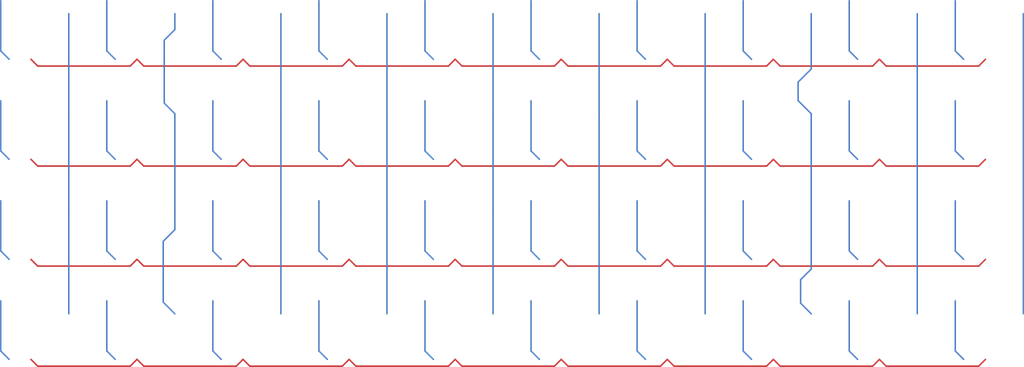
<source format=kicad_pcb>
(kicad_pcb (version 20221018) (generator pcbnew)

  (general
    (thickness 1.6)
  )

  (paper "A3")
  (title_block
    (title "smcboard")
    (rev "v1.0.0")
    (company "Unknown")
  )

  (layers
    (0 "F.Cu" signal)
    (31 "B.Cu" signal)
    (32 "B.Adhes" user "B.Adhesive")
    (33 "F.Adhes" user "F.Adhesive")
    (34 "B.Paste" user)
    (35 "F.Paste" user)
    (36 "B.SilkS" user "B.Silkscreen")
    (37 "F.SilkS" user "F.Silkscreen")
    (38 "B.Mask" user)
    (39 "F.Mask" user)
    (40 "Dwgs.User" user "User.Drawings")
    (41 "Cmts.User" user "User.Comments")
    (42 "Eco1.User" user "User.Eco1")
    (43 "Eco2.User" user "User.Eco2")
    (44 "Edge.Cuts" user)
    (45 "Margin" user)
    (46 "B.CrtYd" user "B.Courtyard")
    (47 "F.CrtYd" user "F.Courtyard")
    (48 "B.Fab" user)
    (49 "F.Fab" user)
  )

  (setup
    (pad_to_mask_clearance 0.05)
    (pcbplotparams
      (layerselection 0x00010fc_ffffffff)
      (plot_on_all_layers_selection 0x0000000_00000000)
      (disableapertmacros false)
      (usegerberextensions false)
      (usegerberattributes true)
      (usegerberadvancedattributes true)
      (creategerberjobfile true)
      (dashed_line_dash_ratio 12.000000)
      (dashed_line_gap_ratio 3.000000)
      (svgprecision 4)
      (plotframeref false)
      (viasonmask false)
      (mode 1)
      (useauxorigin false)
      (hpglpennumber 1)
      (hpglpenspeed 20)
      (hpglpendiameter 15.000000)
      (dxfpolygonmode true)
      (dxfimperialunits true)
      (dxfusepcbnewfont true)
      (psnegative false)
      (psa4output false)
      (plotreference true)
      (plotvalue true)
      (plotinvisibletext false)
      (sketchpadsonfab false)
      (subtractmaskfromsilk false)
      (outputformat 1)
      (mirror false)
      (drillshape 1)
      (scaleselection 1)
      (outputdirectory "")
    )
  )

  (net 0 "")
  (net 1 "P20")
  (net 2 "P19")
  (net 3 "P18")
  (net 4 "P15")
  (net 5 "P14")
  (net 6 "P16")
  (net 7 "P10")
  (net 8 "P3")
  (net 9 "P4")
  (net 10 "P5")
  (net 11 "P6")
  (net 12 "P7")
  (net 13 "P8")
  (net 14 "P9")
  (net 15 "lpinky_mods")
  (net 16 "lpinky_bottom")
  (net 17 "lpinky_home")
  (net 18 "lpinky_top")
  (net 19 "lring_mods")
  (net 20 "lring_bottom")
  (net 21 "lring_home")
  (net 22 "lring_top")
  (net 23 "lmiddle_mods")
  (net 24 "lmiddle_bottom")
  (net 25 "lmiddle_home")
  (net 26 "lmiddle_top")
  (net 27 "lindex_mods")
  (net 28 "lindex_bottom")
  (net 29 "lindex_home")
  (net 30 "lindex_top")
  (net 31 "linner_mods")
  (net 32 "linner_bottom")
  (net 33 "linner_home")
  (net 34 "linner_top")
  (net 35 "rinner_mods")
  (net 36 "rinner_bottom")
  (net 37 "rinner_home")
  (net 38 "rinner_top")
  (net 39 "rindex_mods")
  (net 40 "rindex_bottom")
  (net 41 "rindex_home")
  (net 42 "rindex_top")
  (net 43 "rmiddle_mods")
  (net 44 "rmiddle_bottom")
  (net 45 "rmiddle_home")
  (net 46 "rmiddle_top")
  (net 47 "rring_mods")
  (net 48 "rring_bottom")
  (net 49 "rring_home")
  (net 50 "rring_top")
  (net 51 "rpinky_mods")
  (net 52 "rpinky_bottom")
  (net 53 "rpinky_home")
  (net 54 "rpinky_top")

  (segment (start 348.48 142.08) (end 348.48 159.08) (width 0.25) (layer "B.Cu") (net 1) (tstamp 42965710-bcca-48ce-a0eb-576e78ed1f7c))
  (segment (start 348.48 159.08) (end 348.48 176.08) (width 0.25) (layer "B.Cu") (net 1) (tstamp 97528d7d-28ec-41ec-b0ae-c276dac73d2e))
  (segment (start 348.48 176.08) (end 348.48 193.08) (width 0.25) (layer "B.Cu") (net 1) (tstamp f1f94361-c0e5-47db-9556-bec5720b5ee6))
  (segment (start 330.48 159.08) (end 330.48 176.08) (width 0.25) (layer "B.Cu") (net 2) (tstamp c9fae919-3933-4a2c-9568-6d0efdfb9b7c))
  (segment (start 330.48 142.08) (end 330.48 159.08) (width 0.25) (layer "B.Cu") (net 2) (tstamp cb73a785-352c-4971-b92e-16da0f1e3543))
  (segment (start 330.48 176.08) (end 330.48 193.08) (width 0.25) (layer "B.Cu") (net 2) (tstamp f098add8-e4ef-4f82-a837-34fa5968f948))
  (segment (start 312.48 176.08) (end 312.48 185.48411) (width 0.25) (layer "B.Cu") (net 3) (tstamp 30f661b6-469c-4534-914d-54b73e541b52))
  (segment (start 310.68 191.28) (end 312.48 193.08) (width 0.25) (layer "B.Cu") (net 3) (tstamp 76da3eeb-bfaa-4b0e-aa41-ad38f13bbdc8))
  (segment (start 310.255 156.855) (end 312.48 159.08) (width 0.25) (layer "B.Cu") (net 3) (tstamp 88e86cde-7e75-4222-a1e7-e254fd685b8e))
  (segment (start 312.48 159.08) (end 312.48 176.08) (width 0.25) (layer "B.Cu") (net 3) (tstamp a0663cd3-d58e-46f8-8c40-2908d29742d5))
  (segment (start 312.48 142.08) (end 312.48 151.48411) (width 0.25) (layer "B.Cu") (net 3) (tstamp c0b31334-daf4-4687-90db-85b61bacb65f))
  (segment (start 310.255 153.70911) (end 310.255 156.855) (width 0.25) (layer "B.Cu") (net 3) (tstamp db07f188-5e0f-47cb-ade5-3620d6284612))
  (segment (start 312.48 185.48411) (end 310.68 187.28411) (width 0.25) (layer "B.Cu") (net 3) (tstamp dc66cc4a-b1a9-4ed2-a599-d61938daf801))
  (segment (start 310.68 187.28411) (end 310.68 191.28) (width 0.25) (layer "B.Cu") (net 3) (tstamp f6aea3d2-359e-4651-afa9-ff07a458d6e7))
  (segment (start 312.48 151.48411) (end 310.255 153.70911) (width 0.25) (layer "B.Cu") (net 3) (tstamp f91abf45-892f-49fd-9475-c3f98c7bc85d))
  (segment (start 294.48 176.08) (end 294.48 193.08) (width 0.25) (layer "B.Cu") (net 4) (tstamp 2c14299a-af28-415f-abb7-746618be5ceb))
  (segment (start 294.48 142.08) (end 294.48 159.08) (width 0.25) (layer "B.Cu") (net 4) (tstamp 735d2a67-5090-4e89-9fdd-d1497e2bc8b0))
  (segment (start 294.48 159.08) (end 294.48 176.08) (width 0.25) (layer "B.Cu") (net 4) (tstamp c82e4946-9052-4fb2-9bc5-05a886dea221))
  (segment (start 276.48 142.08) (end 276.48 159.08) (width 0.25) (layer "B.Cu") (net 5) (tstamp 6c430cca-f8b0-4cb1-8bbf-a6476bea66cc))
  (segment (start 276.48 176.08) (end 276.48 193.08) (width 0.25) (layer "B.Cu") (net 5) (tstamp 958d6fc1-207d-43ec-99a3-04a5b6517364))
  (segment (start 276.48 159.08) (end 276.48 176.08) (width 0.25) (layer "B.Cu") (net 5) (tstamp b2946585-20b1-44df-875d-57170379a901))
  (segment (start 180.055 183.83) (end 181.205 184.98) (width 0.25) (layer "F.Cu") (net 6) (tstamp 0c3cb987-23b2-436f-be56-ed2dd1e3b530))
  (segment (start 232.905 184.98) (end 234.055 183.83) (width 0.25) (layer "F.Cu") (net 6) (tstamp 14c892be-9c93-4f73-950e-09ca51bf992a))
  (segment (start 252.055 183.83) (end 253.205 184.98) (width 0.25) (layer "F.Cu") (net 6) (tstamp 283f0522-bcf4-4c4b-981b-a5231f2deb64))
  (segment (start 216.055 183.83) (end 217.205 184.98) (width 0.25) (layer "F.Cu") (net 6) (tstamp 3a56798f-3a99-4cb0-9916-4e83f6f16d24))
  (segment (start 235.205 184.98) (end 250.905 184.98) (width 0.25) (layer "F.Cu") (net 6) (tstamp 486290fe-1b75-4445-86fc-e059e523d5f1))
  (segment (start 196.905 184.98) (end 198.055 183.83) (width 0.25) (layer "F.Cu") (net 6) (tstamp 4a0c33a8-aaad-485f-8810-77e9b0fded93))
  (segment (start 325.205 184.98) (end 340.905 184.98) (width 0.25) (layer "F.Cu") (net 6) (tstamp 4dedf9ad-a012-4742-98b7-8c1ac7b070af))
  (segment (start 217.205 184.98) (end 232.905 184.98) (width 0.25) (layer "F.Cu") (net 6) (tstamp 4e1afbb2-7a87-4576-b941-151f90961b5b))
  (segment (start 324.055 183.83) (end 325.205 184.98) (width 0.25) (layer "F.Cu") (net 6) (tstamp 562ab1a4-9e22-4704-9810-741b2e3fccb2))
  (segment (start 270.055 183.83) (end 271.205 184.98) (width 0.25) (layer "F.Cu") (net 6) (tstamp 563d1480-a5dd-402b-b6f2-6a175b6c4a1f))
  (segment (start 253.205 184.98) (end 268.905 184.98) (width 0.25) (layer "F.Cu") (net 6) (tstamp 6628f5c0-6c7e-4ad9-9d29-d2785d725e24))
  (segment (start 198.055 183.83) (end 199.205 184.98) (width 0.25) (layer "F.Cu") (net 6) (tstamp 730496b4-cb5b-49ed-b1db-4b2d93a2df8e))
  (segment (start 250.905 184.98) (end 252.055 183.83) (width 0.25) (layer "F.Cu") (net 6) (tstamp 7496a87e-2143-4d46-9916-d620da193e32))
  (segment (start 307.205 184.98) (end 322.905 184.98) (width 0.25) (layer "F.Cu") (net 6) (tstamp 7b5ecffb-fbfc-466a-a496-62b59171b84e))
  (segment (start 289.205 184.98) (end 304.905 184.98) (width 0.25) (layer "F.Cu") (net 6) (tstamp 7cbb4321-a505-4ddd-ba5f-a5ef254ed844))
  (segment (start 306.055 183.83) (end 307.205 184.98) (width 0.25) (layer "F.Cu") (net 6) (tstamp 890ddabb-660c-4c86-a9eb-f3c5c6cc4083))
  (segment (start 304.905 184.98) (end 306.055 183.83) (width 0.25) (layer "F.Cu") (net 6) (tstamp 940421a6-c38c-4776-a359-f988fd126943))
  (segment (start 322.905 184.98) (end 324.055 183.83) (width 0.25) (layer "F.Cu") (net 6) (tstamp 9f854340-8a51-4d21-a183-4572ded4456a))
  (segment (start 214.905 184.98) (end 216.055 183.83) (width 0.25) (layer "F.Cu") (net 6) (tstamp 9fbc8455-994d-4b91-a69c-a60db6d3d617))
  (segment (start 271.205 184.98) (end 286.905 184.98) (width 0.25) (layer "F.Cu") (net 6) (tstamp a94f5d20-a3f6-4a94-b76b-7aeb09f75195))
  (segment (start 199.205 184.98) (end 214.905 184.98) (width 0.25) (layer "F.Cu") (net 6) (tstamp bb08af4e-5f3d-4709-95bc-e51be4abfcaa))
  (segment (start 234.055 183.83) (end 235.205 184.98) (width 0.25) (layer "F.Cu") (net 6) (tstamp c79a75b0-b65e-40ac-9793-4f76de818e6a))
  (segment (start 181.205 184.98) (end 196.905 184.98) (width 0.25) (layer "F.Cu") (net 6) (tstamp ca1cbf72-1c39-435d-b9b6-cc14b942cd70))
  (segment (start 286.905 184.98) (end 288.055 183.83) (width 0.25) (layer "F.Cu") (net 6) (tstamp cac58fef-977b-40f8-b3e4-e13fb40f5141))
  (segment (start 268.905 184.98) (end 270.055 183.83) (width 0.25) (layer "F.Cu") (net 6) (tstamp cb714033-8999-4659-8f64-f6487379f4f5))
  (segment (start 288.055 183.83) (end 289.205 184.98) (width 0.25) (layer "F.Cu") (net 6) (tstamp d43a796a-ba47-4d51-9f81-fb035915ad39))
  (segment (start 340.905 184.98) (end 342.055 183.83) (width 0.25) (layer "F.Cu") (net 6) (tstamp eb625067-6ee5-4d37-ba8a-be44cce5d3a1))
  (segment (start 306.055 200.83) (end 307.205 201.98) (width 0.25) (layer "F.Cu") (net 7) (tstamp 1512ae8e-a59b-49d2-8f15-be0f7ee216ca))
  (segment (start 325.205 201.98) (end 340.905 201.98) (width 0.25) (layer "F.Cu") (net 7) (tstamp 210a3e41-6b99-43d3-a72a-1894874eeccf))
  (segment (start 271.205 201.98) (end 286.905 201.98) (width 0.25) (layer "F.Cu") (net 7) (tstamp 32451050-3cca-4d29-9ad7-77d92c404871))
  (segment (start 270.055 200.83) (end 271.205 201.98) (width 0.25) (layer "F.Cu") (net 7) (tstamp 3451c2e1-4034-4aaf-a6d8-0195ecfd8e5e))
  (segment (start 199.205 201.98) (end 214.905 201.98) (width 0.25) (layer "F.Cu") (net 7) (tstamp 36286085-323b-4171-8e0b-b03f358c0a6e))
  (segment (start 324.055 200.83) (end 325.205 201.98) (width 0.25) (layer "F.Cu") (net 7) (tstamp 4d6195e2-9a63-4dce-8358-fd7c2296c24f))
  (segment (start 235.205 201.98) (end 250.905 201.98) (width 0.25) (layer "F.Cu") (net 7) (tstamp 53f22c8a-ceda-424b-9799-5bd9a2689451))
  (segment (start 340.905 201.98) (end 342.055 200.83) (width 0.25) (layer "F.Cu") (net 7) (tstamp 6519ea7b-ecc3-4bb9-8348-0bbdbdf00778))
  (segment (start 198.055 200.83) (end 199.205 201.98) (width 0.25) (layer "F.Cu") (net 7) (tstamp 74d783a0-db60-47e7-8dab-d16cfa884278))
  (segment (start 216.055 200.83) (end 217.205 201.98) (width 0.25) (layer "F.Cu") (net 7) (tstamp 782f0769-9e93-490a-b534-2773a04ac222))
  (segment (start 288.055 200.83) (end 289.205 201.98) (width 0.25) (layer "F.Cu") (net 7) (tstamp 89d2a0ec-4ccc-4750-89f2-9d44e4cb26ba))
  (segment (start 289.205 201.98) (end 304.905 201.98) (width 0.25) (layer "F.Cu") (net 7) (tstamp 8abbd3cf-676a-4cf6-9bea-4c932da01b6d))
  (segment (start 180.055 200.83) (end 181.205 201.98) (width 0.25) (layer "F.Cu") (net 7) (tstamp 92b0496a-bcd2-4591-b2b3-8d546f2a200e))
  (segment (start 252.055 200.83) (end 253.205 201.98) (width 0.25) (layer "F.Cu") (net 7) (tstamp bb3d9fba-b695-463c-a878-4eb7acfe06b5))
  (segment (start 268.905 201.98) (end 270.055 200.83) (width 0.25) (layer "F.Cu") (net 7) (tstamp bb7e7f8f-d3c8-49aa-93e3-4f8c40cc1207))
  (segment (start 217.205 201.98) (end 232.905 201.98) (width 0.25) (layer "F.Cu") (net 7) (tstamp c3fe92ab-5b6b-4de2-9790-2d7b7804f6f0))
  (segment (start 253.205 201.98) (end 268.905 201.98) (width 0.25) (layer "F.Cu") (net 7) (tstamp c7fcc6d8-30de-42a9-ac67-f267ff1e164e))
  (segment (start 322.905 201.98) (end 324.055 200.83) (width 0.25) (layer "F.Cu") (net 7) (tstamp cc7ab692-ee3a-40e2-a410-ebb537f62fe6))
  (segment (start 250.905 201.98) (end 252.055 200.83) (width 0.25) (layer "F.Cu") (net 7) (tstamp d2400658-5bcf-420e-869d-939a7f5e838f))
  (segment (start 214.905 201.98) (end 216.055 200.83) (width 0.25) (layer "F.Cu") (net 7) (tstamp d43c98fb-bca6-4365-aa0d-ff17cdd36287))
  (segment (start 232.905 201.98) (end 234.055 200.83) (width 0.25) (layer "F.Cu") (net 7) (tstamp d7b93e9d-ac9a-4dfb-bc23-e78d915f1870))
  (segment (start 286.905 201.98) (end 288.055 200.83) (width 0.25) (layer "F.Cu") (net 7) (tstamp edd7565b-ca03-4cdd-94d2-ff081458d19c))
  (segment (start 196.905 201.98) (end 198.055 200.83) (width 0.25) (layer "F.Cu") (net 7) (tstamp ee15b1c4-ce5b-452a-b8bb-92cd7c2b4cb7))
  (segment (start 181.205 201.98) (end 196.905 201.98) (width 0.25) (layer "F.Cu") (net 7) (tstamp f135736e-de30-43e5-bd55-b4e940ef14be))
  (segment (start 304.905 201.98) (end 306.055 200.83) (width 0.25) (layer "F.Cu") (net 7) (tstamp f63eb779-4977-4baf-985a-a25f56201ab7))
  (segment (start 234.055 200.83) (end 235.205 201.98) (width 0.25) (layer "F.Cu") (net 7) (tstamp f91dbd75-ffc3-4946-ae3a-fed9930d50ca))
  (segment (start 307.205 201.98) (end 322.905 201.98) (width 0.25) (layer "F.Cu") (net 7) (tstamp fe1ed309-0d6b-4bef-a966-b1cb8c13cbeb))
  (segment (start 186.48 159.08) (end 186.48 176.08) (width 0.25) (layer "B.Cu") (net 8) (tstamp 121fd04b-57d6-4b34-a6f9-13efec8acc9d))
  (segment (start 186.48 176.08) (end 186.48 193.08) (width 0.25) (layer "B.Cu") (net 8) (tstamp 76b24ba8-af28-48a2-9fb7-f72c44586d74))
  (segment (start 186.48 142.08) (end 186.48 159.08) (width 0.25) (layer "B.Cu") (net 8) (tstamp a31272e5-d109-42a1-a4be-ec08eab2d9de))
  (segment (start 202.505 191.105) (end 204.48 193.08) (width 0.25) (layer "B.Cu") (net 9) (tstamp 0c4b95be-adc8-4ef1-8bb5-8d4fb324980a))
  (segment (start 202.505 180.763684) (end 202.505 191.105) (width 0.25) (layer "B.Cu") (net 9) (tstamp 19100367-d2cd-4084-afe8-4018fa56a12b))
  (segment (start 204.48 159.08) (end 204.48 176.08) (width 0.25) (layer "B.Cu") (net 9) (tstamp 33f20fc5-6978-4144-89eb-055b425f2146))
  (segment (start 204.48 142.08) (end 204.48 144.788684) (width 0.25) (layer "B.Cu") (net 9) (tstamp 775850ed-be65-44a1-9165-a7a7c7c425aa))
  (segment (start 204.48 176.08) (end 204.48 178.788684) (width 0.25) (layer "B.Cu") (net 9) (tstamp 86b4d580-0516-40a2-bf30-959067075b87))
  (segment (start 202.68 157.28) (end 204.48 159.08) (width 0.25) (layer "B.Cu") (net 9) (tstamp a510d3c8-b9e3-4f7f-882d-953bb9cdf533))
  (segment (start 202.68 146.588684) (end 202.68 157.28) (width 0.25) (layer "B.Cu") (net 9) (tstamp bb5f6463-2184-4a1f-b8b6-2f8d5c2f306f))
  (segment (start 204.48 178.788684) (end 202.505 180.763684) (width 0.25) (layer "B.Cu") (net 9) (tstamp eee82253-13d2-418e-94f5-ee58bcc4b3ff))
  (segment (start 204.48 144.788684) (end 202.68 146.588684) (width 0.25) (layer "B.Cu") (net 9) (tstamp fa37425f-fab9-4b2e-a4f0-b5fc33c8c95a))
  (segment (start 222.48 176.08) (end 222.48 193.08) (width 0.25) (layer "B.Cu") (net 10) (tstamp 51cd4ca5-084e-49bf-a42a-35fcc111e9f0))
  (segment (start 222.48 142.08) (end 222.48 159.08) (width 0.25) (layer "B.Cu") (net 10) (tstamp 725ecce3-1043-4b52-b580-bbe62c4af092))
  (segment (start 222.48 159.08) (end 222.48 176.08) (width 0.25) (layer "B.Cu") (net 10) (tstamp 77a3d96a-ff16-45b7-a2e2-7839b8c56d2c))
  (segment (start 240.48 159.08) (end 240.48 176.08) (width 0.25) (layer "B.Cu") (net 11) (tstamp 52f20a68-9f9c-4da8-9006-4028de497dac))
  (segment (start 240.48 142.08) (end 240.48 159.08) (width 0.25) (layer "B.Cu") (net 11) (tstamp 57719a1a-af5f-4bf4-abe0-46720daf618b))
  (segment (start 240.48 176.08) (end 240.48 193.08) (width 0.25) (layer "B.Cu") (net 11) (tstamp deeb32a4-2e04-443f-b1d4-8ae203c5168f))
  (segment (start 258.48 176.08) (end 258.48 193.08) (width 0.25) (layer "B.Cu") (net 12) (tstamp 593fd6e7-bf8b-415d-8969-6a9c6057a793))
  (segment (start 258.48 159.08) (end 258.48 176.08) (width 0.25) (layer "B.Cu") (net 12) (tstamp badee2e9-1ace-4d72-8165-57b7e3d93836))
  (segment (start 258.48 142.08) (end 258.48 159.08) (width 0.25) (layer "B.Cu") (net 12) (tstamp fd566f75-7954-4d7f-bafe-8aecef86ca82))
  (segment (start 271.205 150.98) (end 286.905 150.98) (width 0.25) (layer "F.Cu") (net 13) (tstamp 0383d4b6-1d63-488c-bedd-f3908100559e))
  (segment (start 252.055 149.83) (end 253.205 150.98) (width 0.25) (layer "F.Cu") (net 13) (tstamp 07e7a4e0-f726-4b5a-9ccf-c1357850d923))
  (segment (start 250.905 150.98) (end 252.055 149.83) (width 0.25) (layer "F.Cu") (net 13) (tstamp 14f6d038-3566-4053-b631-d3580eb20ff8))
  (segment (start 181.205 150.98) (end 196.905 150.98) (width 0.25) (layer "F.Cu") (net 13) (tstamp 1762875c-bed3-4568-8035-e6ce58de1fe3))
  (segment (start 322.905 150.98) (end 324.055 149.83) (width 0.25) (layer "F.Cu") (net 13) (tstamp 277b526a-787d-4213-8bff-1b48cd2d6e39))
  (segment (start 288.055 149.83) (end 289.205 150.98) (width 0.25) (layer "F.Cu") (net 13) (tstamp 38df0110-8532-42e7-bc37-f456a76cdc13))
  (segment (start 198.055 149.83) (end 199.205 150.98) (width 0.25) (layer "F.Cu") (net 13) (tstamp 53dab35d-f21c-48d0-bb5d-5e704c51e3bc))
  (segment (start 214.905 150.98) (end 216.055 149.83) (width 0.25) (layer "F.Cu") (net 13) (tstamp 65b5963f-820b-474c-bbf2-5418471f7c7b))
  (segment (start 289.205 150.98) (end 304.905 150.98) (width 0.25) (layer "F.Cu") (net 13) (tstamp 69bea1d8-0fe8-4544-9c40-66df7f04b7df))
  (segment (start 325.205 150.98) (end 340.905 150.98) (width 0.25) (layer "F.Cu") (net 13) (tstamp 74145556-588f-458e-92b7-8c8e6c1f6324))
  (segment (start 234.055 149.83) (end 235.205 150.98) (width 0.25) (layer "F.Cu") (net 13) (tstamp 770f8c66-95f1-4e41-aa91-25d83157be93))
  (segment (start 232.905 150.98) (end 234.055 149.83) (width 0.25) (layer "F.Cu") (net 13) (tstamp 7c736ddf-b297-4125-9afa-864e9abadf19))
  (segment (start 307.205 150.98) (end 322.905 150.98) (width 0.25) (layer "F.Cu") (net 13) (tstamp 83c027cc-6433-42ba-a6df-f1e10d6c3d75))
  (segment (start 286.905 150.98) (end 288.055 149.83) (width 0.25) (layer "F.Cu") (net 13) (tstamp 922c6d35-3be8-447e-8f2f-4e9cf1d40dcb))
  (segment (start 304.905 150.98) (end 306.055 149.83) (width 0.25) (layer "F.Cu") (net 13) (tstamp 93433c90-f91c-4196-adea-c43d0e3901a2))
  (segment (start 340.905 150.98) (end 342.055 149.83) (width 0.25) (layer "F.Cu") (net 13) (tstamp 968b82fd-829b-4dae-877d-329ef043ac13))
  (segment (start 180.055 149.83) (end 181.205 150.98) (width 0.25) (layer "F.Cu") (net 13) (tstamp 9d869511-7186-4892-aea8-6113548fd6e6))
  (segment (start 196.905 150.98) (end 198.055 149.83) (width 0.25) (layer "F.Cu") (net 13) (tstamp a059a4a9-e410-4b7f-9c21-45f1bf89c13a))
  (segment (start 235.205 150.98) (end 250.905 150.98) (width 0.25) (layer "F.Cu") (net 13) (tstamp b0a7459d-f627-445a-b510-8180505fc0d6))
  (segment (start 306.055 149.83) (end 307.205 150.98) (width 0.25) (layer "F.Cu") (net 13) (tstamp b3db33a2-bf21-45fd-91ab-51e56240e2c7))
  (segment (start 268.905 150.98) (end 270.055 149.83) (width 0.25) (layer "F.Cu") (net 13) (tstamp b69e6184-64cc-4184-9f0b-5d1efc15d6d6))
  (segment (start 217.205 150.98) (end 232.905 150.98) (width 0.25) (layer "F.Cu") (net 13) (tstamp bfa38eaa-95ea-4829-94e5-b8282f4a4d94))
  (segment (start 216.055 149.83) (end 217.205 150.98) (width 0.25) (layer "F.Cu") (net 13) (tstamp cba898c9-35a9-41f4-93c4-5d42fe11886e))
  (segment (start 253.205 150.98) (end 268.905 150.98) (width 0.25) (layer "F.Cu") (net 13) (tstamp df190cb8-ec9f-48cb-8e9d-210a646a9b7c))
  (segment (start 270.055 149.83) (end 271.205 150.98) (width 0.25) (layer "F.Cu") (net 13) (tstamp e2ec601f-a0c1-41e6-a840-1d0ca2ae3f9b))
  (segment (start 324.055 149.83) (end 325.205 150.98) (width 0.25) (layer "F.Cu") (net 13) (tstamp ef84ffa5-b062-4e46-8f03-8be901889723))
  (segment (start 199.205 150.98) (end 214.905 150.98) (width 0.25) (layer "F.Cu") (net 13) (tstamp f52a1450-f5cb-4b73-a958-72fdb153ea85))
  (segment (start 322.905 167.98) (end 324.055 166.83) (width 0.25) (layer "F.Cu") (net 14) (tstamp 05fe3592-cfa3-4416-916f-84db65abe7f8))
  (segment (start 250.905 167.98) (end 252.055 166.83) (width 0.25) (layer "F.Cu") (net 14) (tstamp 063e9e03-000e-459f-91b5-f5d1e1ca43b3))
  (segment (start 325.205 167.98) (end 340.905 167.98) (width 0.25) (layer "F.Cu") (net 14) (tstamp 06dbb79d-4195-41ff-aa05-9aa8a1f7ee67))
  (segment (start 214.905 167.98) (end 216.055 166.83) (width 0.25) (layer "F.Cu") (net 14) (tstamp 074359bc-0b00-461c-9b12-e4f45de872b6))
  (segment (start 217.205 167.98) (end 232.905 167.98) (width 0.25) (layer "F.Cu") (net 14) (tstamp 12025b37-ceee-4916-a676-5e4964614f23))
  (segment (start 324.055 166.83) (end 325.205 167.98) (width 0.25) (layer "F.Cu") (net 14) (tstamp 139ee2ec-f964-491b-86e6-e071eacc0489))
  (segment (start 307.205 167.98) (end 322.905 167.98) (width 0.25) (layer "F.Cu") (net 14) (tstamp 21b2cc34-39dc-408a-ac34-03109174a759))
  (segment (start 181.205 167.98) (end 196.905 167.98) (width 0.25) (layer "F.Cu") (net 14) (tstamp 2c92c457-8d0b-41c6-a60f-9d996a129692))
  (segment (start 286.905 167.98) (end 288.055 166.83) (width 0.25) (layer "F.Cu") (net 14) (tstamp 55cd1b90-ceca-4209-83d2-a57c67281aec))
  (segment (start 196.905 167.98) (end 198.055 166.83) (width 0.25) (layer "F.Cu") (net 14) (tstamp 61b932e0-5931-4a2f-9669-50d6b6082e46))
  (segment (start 288.055 166.83) (end 289.205 167.98) (width 0.25) (layer "F.Cu") (net 14) (tstamp 6bf59ddf-5562-42c1-a635-6b3416a83f30))
  (segment (start 252.055 166.83) (end 253.205 167.98) (width 0.25) (layer "F.Cu") (net 14) (tstamp 71fc7bf0-f194-4e6e-a35b-c0f7506a96c2))
  (segment (start 289.205 167.98) (end 304.905 167.98) (width 0.25) (layer "F.Cu") (net 14) (tstamp 74eefadd-19bf-4587-a93a-458c7c75090e))
  (segment (start 253.205 167.98) (end 268.905 167.98) (width 0.25) (layer "F.Cu") (net 14) (tstamp 79ccfad0-0ea6-4c04-89f1-9e5b4ddca244))
  (segment (start 271.205 167.98) (end 286.905 167.98) (width 0.25) (layer "F.Cu") (net 14) (tstamp 7ed20a16-ca74-4839-89d8-8a052590665d))
  (segment (start 198.055 166.83) (end 199.205 167.98) (width 0.25) (layer "F.Cu") (net 14) (tstamp 812130c3-0d4d-4a7d-af2a-b7880ade1db2))
  (segment (start 306.055 166.83) (end 307.205 167.98) (width 0.25) (layer "F.Cu") (net 14) (tstamp 90e4eebe-2ecf-423b-97cf-ba12899348cb))
  (segment (start 216.055 166.83) (end 217.205 167.98) (width 0.25) (layer "F.Cu") (net 14) (tstamp 984b89af-25bc-4056-bcec-c9d8755e07be))
  (segment (start 304.905 167.98) (end 306.055 166.83) (width 0.25) (layer "F.Cu") (net 14) (tstamp 9a16b6b2-6725-4ad8-83ad-f838a824743f))
  (segment (start 340.905 167.98) (end 342.055 166.83) (width 0.25) (layer "F.Cu") (net 14) (tstamp 9c18869c-12c2-40f7-90d7-5a29291740b1))
  (segment (start 270.055 166.83) (end 271.205 167.98) (width 0.25) (layer "F.Cu") (net 14) (tstamp 9f49e4eb-f7a7-40db-939e-d7f3f7456a58))
  (segment (start 199.205 167.98) (end 214.905 167.98) (width 0.25) (layer "F.Cu") (net 14) (tstamp a4c93d25-4e7d-4254-8f55-3e8b845f1c97))
  (segment (start 268.905 167.98) (end 270.055 166.83) (width 0.25) (layer "F.Cu") (net 14) (tstamp aec78168-6363-45cd-8814-b47a904fd764))
  (segment (start 234.055 166.83) (end 235.205 167.98) (width 0.25) (layer "F.Cu") (net 14) (tstamp cd3198d8-6ec1-4796-a719-e4f88f4f6781))
  (segment (start 180.055 166.83) (end 181.205 167.98) (width 0.25) (layer "F.Cu") (net 14) (tstamp d3f47301-7fdb-423c-b1f6-d1932f1f387e))
  (segment (start 232.905 167.98) (end 234.055 166.83) (width 0.25) (layer "F.Cu") (net 14) (tstamp f0884530-33c4-47a2-8f65-463f690f7673))
  (segment (start 235.205 167.98) (end 250.905 167.98) (width 0.25) (layer "F.Cu") (net 14) (tstamp fea4d26a-a29e-4419-b924-6d45a7b1ba17))
  (segment (start 174.93 199.405) (end 176.355 200.83) (width 0.25) (layer "B.Cu") (net 15) (tstamp 4249e58a-4ad5-4c6a-88a2-416551eaf19f))
  (segment (start 174.93 190.88) (end 174.93 199.405) (width 0.25) (layer "B.Cu") (net 15) (tstamp d870d3f7-e851-4230-9f78-c6140fcd7445))
  (segment (start 174.93 182.405) (end 176.355 183.83) (width 0.25) (layer "B.Cu") (net 16) (tstamp 17aca640-caf0-4282-92c8-acd8a1dbe214))
  (segment (start 174.93 173.88) (end 174.93 182.405) (width 0.25) (layer "B.Cu") (net 16) (tstamp c32d9c64-54a8-4fdc-a947-88ed038bf4a4))
  (segment (start 174.93 156.88) (end 174.93 165.405) (width 0.25) (layer "B.Cu") (net 17) (tstamp 26f09b96-9605-41cb-8d86-50ab88ca6c77))
  (segment (start 174.93 165.405) (end 176.355 166.83) (width 0.25) (layer "B.Cu") (net 17) (tstamp 2e81f520-ef1b-4b90-9287-32dc3a7bf1eb))
  (segment (start 174.93 139.88) (end 174.93 148.405) (width 0.25) (layer "B.Cu") (net 18) (tstamp b9d02431-dbe3-4b92-ae1e-1ed8549aabb3))
  (segment (start 174.93 148.405) (end 176.355 149.83) (width 0.25) (layer "B.Cu") (net 18) (tstamp bc1d3e50-d071-4b06-9b95-a58be55d0cc2))
  (segment (start 192.93 199.405) (end 194.355 200.83) (width 0.25) (layer "B.Cu") (net 19) (tstamp 116f487d-63f5-4960-ab1e-6b73beaed5c2))
  (segment (start 192.93 190.88) (end 192.93 199.405) (width 0.25) (layer "B.Cu") (net 19) (tstamp 61e63fe6-619d-4b40-b1ca-157e1458e99c))
  (segment (start 192.93 173.88) (end 192.93 182.405) (width 0.25) (layer "B.Cu") (net 20) (tstamp f8167040-e91c-4cf1-8e05-a27718b17cd4))
  (segment (start 192.93 182.405) (end 194.355 183.83) (width 0.25) (layer "B.Cu") (net 20) (tstamp fc1c167f-0c2e-416f-a867-83f4bd20b6eb))
  (segment (start 192.93 156.88) (end 192.93 165.405) (width 0.25) (layer "B.Cu") (net 21) (tstamp 6126e7d9-9640-40b1-8447-6716da797431))
  (segment (start 192.93 165.405) (end 194.355 166.83) (width 0.25) (layer "B.Cu") (net 21) (tstamp c6ee4cfd-1417-4729-aeb5-21783890ad3b))
  (segment (start 192.93 139.88) (end 192.93 148.405) (width 0.25) (layer "B.Cu") (net 22) (tstamp 449c031f-f4a4-4f6c-8b78-b8c408f759df))
  (segment (start 192.93 148.405) (end 194.355 149.83) (width 0.25) (layer "B.Cu") (net 22) (tstamp b43eeb48-d9bc-4621-b53c-292911bca9c2))
  (segment (start 210.93 199.405) (end 212.355 200.83) (width 0.25) (layer "B.Cu") (net 23) (tstamp 517d3e9e-e5a4-4581-ac12-a2e96dd9ef2b))
  (segment (start 210.93 190.88) (end 210.93 199.405) (width 0.25) (layer "B.Cu") (net 23) (tstamp 6a25587e-28d4-4c79-a972-336f59e8e213))
  (segment (start 210.93 173.88) (end 210.93 182.405) (width 0.25) (layer "B.Cu") (net 24) (tstamp 87d91627-383c-4f7b-9f00-7f19e2b96e3b))
  (segment (start 210.93 182.405) (end 212.355 183.83) (width 0.25) (layer "B.Cu") (net 24) (tstamp caba1c49-a038-485f-9550-2cba4a0cc89f))
  (segment (start 210.93 156.88) (end 210.93 165.405) (width 0.25) (layer "B.Cu") (net 25) (tstamp 9222d426-76e2-447a-8fe4-5947e5d4b765))
  (segment (start 210.93 165.405) (end 212.355 166.83) (width 0.25) (layer "B.Cu") (net 25) (tstamp de5a5a5a-a4d8-4b60-b199-769483ed7b09))
  (segment (start 210.93 139.88) (end 210.93 148.405) (width 0.25) (layer "B.Cu") (net 26) (tstamp b44f6669-d784-405a-88fa-d1586423475a))
  (segment (start 210.93 148.405) (end 212.355 149.83) (width 0.25) (layer "B.Cu") (net 26) (tstamp b83f0988-5520-4114-9359-7961e28e28f0))
  (segment (start 228.93 190.88) (end 228.93 199.405) (width 0.25) (layer "B.Cu") (net 27) (tstamp 97ec5bee-8821-43a2-a35a-82f7f9baca8f))
  (segment (start 228.93 199.405) (end 230.355 200.83) (width 0.25) (layer "B.Cu") (net 27) (tstamp f67abd69-cb2c-4497-b752-3a8f163cd12b))
  (segment (start 228.93 173.88) (end 228.93 182.405) (width 0.25) (layer "B.Cu") (net 28) (tstamp cb1b58ef-3a12-492b-a23b-0d8fccc2d035))
  (segment (start 228.93 182.405) (end 230.355 183.83) (width 0.25) (layer "B.Cu") (net 28) (tstamp d2ed176a-b2e1-4c16-8939-d6e48ff7e5bb))
  (segment (start 228.93 165.405) (end 230.355 166.83) (width 0.25) (layer "B.Cu") (net 29) (tstamp c752beed-5a76-4516-b852-f8b063c8feb3))
  (segment (start 228.93 156.88) (end 228.93 165.405) (width 0.25) (layer "B.Cu") (net 29) (tstamp f861aed9-6b87-47ba-91d9-58831b66790d))
  (segment (start 228.93 139.88) (end 228.93 148.405) (width 0.25) (layer "B.Cu") (net 30) (tstamp 96d06ebf-8f72-4eb4-9817-22e85cb79515))
  (segment (start 228.93 148.405) (end 230.355 149.83) (width 0.25) (layer "B.Cu") (net 30) (tstamp fc0730b8-21cb-4a62-92fa-c17f1d988436))
  (segment (start 246.93 199.405) (end 248.355 200.83) (width 0.25) (layer "B.Cu") (net 31) (tstamp 4a3f423b-534d-43d1-8f5c-60c7f4f54307))
  (segment (start 246.93 190.88) (end 246.93 199.405) (width 0.25) (layer "B.Cu") (net 31) (tstamp e686ec0d-0154-40b9-bf9c-8d33ecc21bda))
  (segment (start 246.93 182.405) (end 248.355 183.83) (width 0.25) (layer "B.Cu") (net 32) (tstamp 5d6a3db2-1426-435d-8310-f53df17608ad))
  (segment (start 246.93 173.88) (end 246.93 182.405) (width 0.25) (layer "B.Cu") (net 32) (tstamp 8862c9bf-33bd-4150-a042-fd96af2ded39))
  (segment (start 246.93 165.405) (end 248.355 166.83) (width 0.25) (layer "B.Cu") (net 33) (tstamp ab09bada-0974-4dba-8be7-a2a87837af4c))
  (segment (start 246.93 156.88) (end 246.93 165.405) (width 0.25) (layer "B.Cu") (net 33) (tstamp d7eddcdc-bd39-42d1-a09c-e66462dbf4b9))
  (segment (start 246.93 148.405) (end 248.355 149.83) (width 0.25) (layer "B.Cu") (net 34) (tstamp 314a54f2-ff2b-4497-8488-74f96fa0e959))
  (segment (start 246.93 139.88) (end 246.93 148.405) (width 0.25) (layer "B.Cu") (net 34) (tstamp 7145d1de-dcb8-46bd-b708-dd839a27bce5))
  (segment (start 264.93 190.88) (end 264.93 199.405) (width 0.25) (layer "B.Cu") (net 35) (tstamp 664e854a-d6da-4c44-babe-69f6ef70b4ba))
  (segment (start 264.93 199.405) (end 266.355 200.83) (width 0.25) (layer "B.Cu") (net 35) (tstamp 9bd076ed-6f05-4483-903e-55b5605e5fa5))
  (segment (start 264.93 182.405) (end 266.355 183.83) (width 0.25) (layer "B.Cu") (net 36) (tstamp 9cdbdc08-ec01-4305-bb9b-aeb9a089334d))
  (segment (start 264.93 173.88) (end 264.93 182.405) (width 0.25) (layer "B.Cu") (net 36) (tstamp bd00d4de-0080-4e92-ac98-5b1ca27f4e04))
  (segment (start 264.93 165.405) (end 266.355 166.83) (width 0.25) (layer "B.Cu") (net 37) (tstamp 8bd22d97-963d-446c-a239-c61688b58239))
  (segment (start 264.93 156.88) (end 264.93 165.405) (width 0.25) (layer "B.Cu") (net 37) (tstamp fb573f87-467b-463a-905b-2611d60b569e))
  (segment (start 264.93 148.405) (end 266.355 149.83) (width 0.25) (layer "B.Cu") (net 38) (tstamp 81710d62-86ce-4742-9284-1f8ebf181a9e))
  (segment (start 264.93 139.88) (end 264.93 148.405) (width 0.25) (layer "B.Cu") (net 38) (tstamp cf51218c-5f97-44df-b727-e7ab4d576654))
  (segment (start 282.93 190.88) (end 282.93 199.405) (width 0.25) (layer "B.Cu") (net 39) (tstamp 0e4d2a1d-6a0c-487f-b1bc-5128203394eb))
  (segment (start 282.93 199.405) (end 284.355 200.83) (width 0.25) (layer "B.Cu") (net 39) (tstamp 15419635-e474-467f-886a-c58bf662009d))
  (segment (start 282.93 182.405) (end 284.355 183.83) (width 0.25) (layer "B.Cu") (net 40) (tstamp 1e0c82fe-d8c9-4e00-84db-a3c122743b87))
  (segment (start 282.93 173.88) (end 282.93 182.405) (width 0.25) (layer "B.Cu") (net 40) (tstamp dc3f49e7-5bc4-4f15-b7c5-0a07d531307d))
  (segment (start 282.93 165.405) (end 284.355 166.83) (width 0.25) (layer "B.Cu") (net 41) (tstamp 0f4ba3b6-e75b-4663-8c2b-146e522c6130))
  (segment (start 282.93 156.88) (end 282.93 165.405) (width 0.25) (layer "B.Cu") (net 41) (tstamp 290fd96d-d6a2-47f6-942e-15d65ff978e5))
  (segment (start 282.93 139.88) (end 282.93 148.405) (width 0.25) (layer "B.Cu") (net 42) (tstamp 310938e9-f3ad-47c7-9226-bf70b62cb7cf))
  (segment (start 282.93 148.405) (end 284.355 149.83) (width 0.25) (layer "B.Cu") (net 42) (tstamp f7d719b7-88d9-4d07-990b-a28787049d65))
  (segment (start 300.93 199.405) (end 302.355 200.83) (width 0.25) (layer "B.Cu") (net 43) (tstamp 46626fc0-a443-4907-a9a9-9c2d1534f68e))
  (segment (start 300.93 190.88) (end 300.93 199.405) (width 0.25) (layer "B.Cu") (net 43) (tstamp f93057ab-a74c-42bc-a57d-ce5364154baa))
  (segment (start 300.93 182.405) (end 302.355 183.83) (width 0.25) (layer "B.Cu") (net 44) (tstamp 36088f5a-9051-4ed3-b9eb-438c4cf430c7))
  (segment (start 300.93 173.88) (end 300.93 182.405) (width 0.25) (layer "B.Cu") (net 44) (tstamp 915cc307-683e-42a2-8942-443556e25cda))
  (segment (start 300.93 165.405) (end 302.355 166.83) (width 0.25) (layer "B.Cu") (net 45) (tstamp 1c8d4ed9-8471-4e53-b3f1-171e1edd58a7))
  (segment (start 300.93 156.88) (end 300.93 165.405) (width 0.25) (layer "B.Cu") (net 45) (tstamp 6def687f-87d1-457b-b081-ff94c09202b0))
  (segment (start 300.93 139.88) (end 300.93 148.405) (width 0.25) (layer "B.Cu") (net 46) (tstamp 2dd10958-05d5-4dda-af78-7321a1f2b674))
  (segment (start 300.93 148.405) (end 302.355 149.83) (width 0.25) (layer "B.Cu") (net 46) (tstamp ebf75051-eb4c-4aa7-a1ec-b74f801d5375))
  (segment (start 318.93 199.405) (end 320.355 200.83) (width 0.25) (layer "B.Cu") (net 47) (tstamp 38b9bdc6-e7f8-4890-af42-f16eb5499a6c))
  (segment (start 318.93 190.88) (end 318.93 199.405) (width 0.25) (layer "B.Cu") (net 47) (tstamp e314512c-901d-451b-a4ef-1d5ac5c7580a))
  (segment (start 318.93 173.88) (end 318.93 182.405) (width 0.25) (layer "B.Cu") (net 48) (tstamp bea81c88-0921-4096-94d7-ab903b60b460))
  (segment (start 318.93 182.405) (end 320.355 183.83) (width 0.25) (layer "B.Cu") (net 48) (tstamp ef7f8121-c7f9-428d-8ea3-11d88539735d))
  (segment (start 318.93 156.88) (end 318.93 165.405) (width 0.25) (layer "B.Cu") (net 49) (tstamp 169f5e67-fa05-4088-bfc2-4e41ebd0a2a9))
  (segment (start 318.93 165.405) (end 320.355 166.83) (width 0.25) (layer "B.Cu") (net 49) (tstamp 19dc9db5-c60f-4c54-9c56-c975fac91961))
  (segment (start 318.93 148.405) (end 320.355 149.83) (width 0.25) (layer "B.Cu") (net 50) (tstamp 6cb40bdf-0bac-49e5-8b77-7c17da7e0bbf))
  (segment (start 318.93 139.88) (end 318.93 148.405) (width 0.25) (layer "B.Cu") (net 50) (tstamp 86f05c95-8edc-4c6b-a6e9-1b17c567b212))
  (segment (start 336.93 190.88) (end 336.93 199.405) (width 0.25) (layer "B.Cu") (net 51) (tstamp 57b3ed9e-5c83-4db9-9a9c-9b18fbf94038))
  (segment (start 336.93 199.405) (end 338.355 200.83) (width 0.25) (layer "B.Cu") (net 51) (tstamp 679177b6-1689-432d-8007-d9c36294cbee))
  (segment (start 336.93 182.405) (end 338.355 183.83) (width 0.25) (layer "B.Cu") (net 52) (tstamp 49d524e0-2f97-49f4-8311-9f0a933689a4))
  (segment (start 336.93 173.88) (end 336.93 182.405) (width 0.25) (layer "B.Cu") (net 52) (tstamp a55cd8db-1ac1-4154-8d4b-b7844bf9a359))
  (segment (start 336.93 156.88) (end 336.93 165.405) (width 0.25) (layer "B.Cu") (net 53) (tstamp 4166bc59-758b-44e2-918d-16bba59b9523))
  (segment (start 336.93 165.405) (end 338.355 166.83) (width 0.25) (layer "B.Cu") (net 53) (tstamp 98e96f59-7dee-451e-af62-eb16913d309e))
  (segment (start 336.93 139.88) (end 336.93 148.405) (width 0.25) (layer "B.Cu") (net 54) (tstamp 04fe15f7-043c-440b-919b-f59be6a7c3ff))
  (segment (start 336.93 148.405) (end 338.355 149.83) (width 0.25) (layer "B.Cu") (net 54) (tstamp 634cc441-dbfc-48a2-8b0e-186c28c5aac3))

)

</source>
